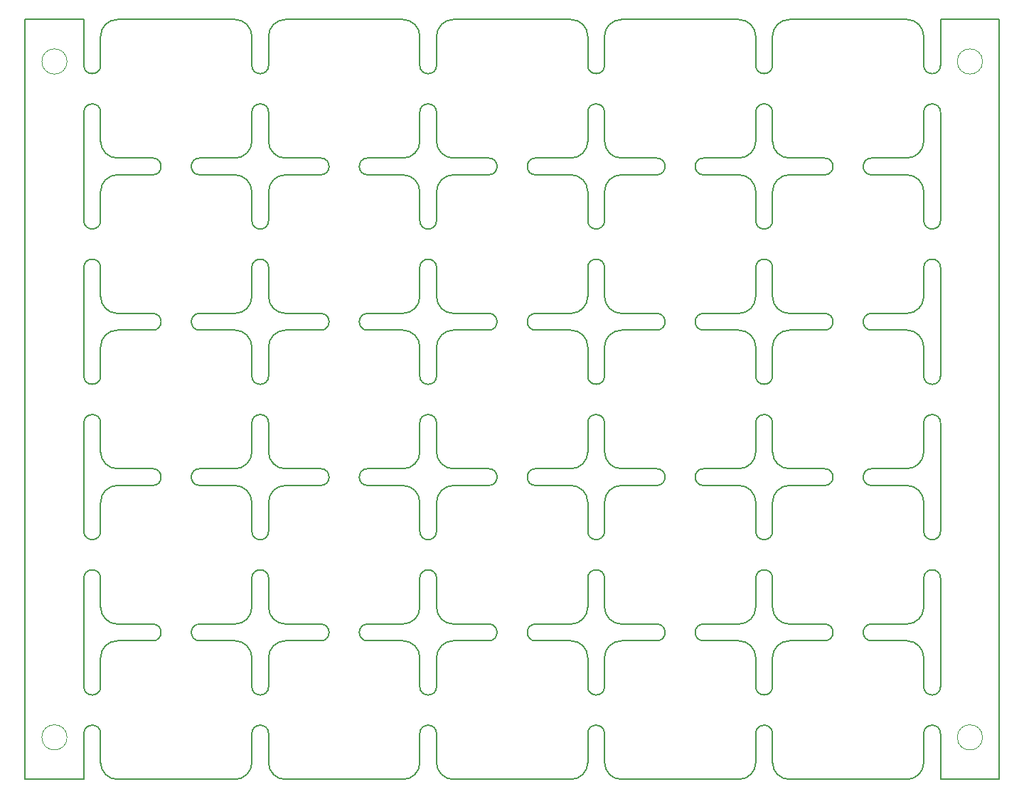
<source format=gm1>
G04 #@! TF.GenerationSoftware,KiCad,Pcbnew,(5.1.12)-1*
G04 #@! TF.CreationDate,2022-12-21T21:02:25+07:00*
G04 #@! TF.ProjectId,Unified-Daughterboard,556e6966-6965-4642-9d44-617567687465,C3*
G04 #@! TF.SameCoordinates,Original*
G04 #@! TF.FileFunction,Profile,NP*
%FSLAX46Y46*%
G04 Gerber Fmt 4.6, Leading zero omitted, Abs format (unit mm)*
G04 Created by KiCad (PCBNEW (5.1.12)-1) date 2022-12-21 21:02:25*
%MOMM*%
%LPD*%
G01*
G04 APERTURE LIST*
G04 #@! TA.AperFunction,Profile*
%ADD10C,0.150000*%
G04 #@! TD*
G04 #@! TA.AperFunction,Profile*
%ADD11C,0.100000*%
G04 #@! TD*
G04 APERTURE END LIST*
D10*
X162004500Y-147043000D02*
X148004500Y-147043000D01*
X108004500Y-147043000D02*
X122004500Y-147043000D01*
X88004500Y-147043000D02*
X102004500Y-147043000D01*
X68004500Y-147043000D02*
X82004500Y-147043000D01*
X128004500Y-147043000D02*
X142004500Y-147043000D01*
X164004500Y-98993000D02*
X164004500Y-95543000D01*
X164004500Y-104593000D02*
X164004500Y-108043000D01*
X164004500Y-117493000D02*
X164004500Y-114043000D01*
X164004500Y-141593000D02*
X164004500Y-145043000D01*
X164004500Y-80493000D02*
X164004500Y-77043000D01*
X164004500Y-123093000D02*
X164004500Y-126543000D01*
X164004500Y-67593000D02*
X164004500Y-71043000D01*
X164004500Y-135993000D02*
X164004500Y-132543000D01*
X164004500Y-86093000D02*
X164004500Y-89543000D01*
X166004500Y-80493000D02*
X166004500Y-67593000D01*
D11*
X171004500Y-142043000D02*
G75*
G03*
X171004500Y-142043000I-1500000J0D01*
G01*
D10*
X166004500Y-147043000D02*
X173004500Y-147043000D01*
X173004500Y-56543000D02*
X173004500Y-147043000D01*
X166004500Y-98993000D02*
X166004500Y-86093000D01*
X164004500Y-61993000D02*
X164004500Y-58543000D01*
D11*
X171004500Y-61543000D02*
G75*
G03*
X171004500Y-61543000I-1500000J0D01*
G01*
D10*
X166004500Y-56543000D02*
X173004500Y-56543000D01*
X166004500Y-135993000D02*
X166004500Y-123093000D01*
X166004500Y-117493000D02*
X166004500Y-104593000D01*
X166004500Y-61993000D02*
X166004500Y-56543000D01*
X166004500Y-141593000D02*
X166004500Y-147043000D01*
X128004500Y-56543000D02*
X142004500Y-56543000D01*
X108004500Y-56543000D02*
X122004500Y-56543000D01*
X88004500Y-56543000D02*
X102004500Y-56543000D01*
X84004500Y-98993000D02*
X84004500Y-95543000D01*
X84004500Y-117493000D02*
X84004500Y-114043000D01*
X84004500Y-80493000D02*
X84004500Y-77043000D01*
X84004500Y-135993000D02*
X84004500Y-132543000D01*
X84004500Y-61993000D02*
X84004500Y-58543000D01*
X66004500Y-61993000D02*
X66004500Y-58543000D01*
X66004500Y-80493000D02*
X66004500Y-77043000D01*
X66004500Y-98993000D02*
X66004500Y-95543000D01*
X66004500Y-117493000D02*
X66004500Y-114043000D01*
X66004500Y-135993000D02*
X66004500Y-132543000D01*
X68004500Y-112043000D02*
X72204500Y-112043000D01*
X68004500Y-75043000D02*
X72204500Y-75043000D01*
X68004500Y-56543000D02*
X82004500Y-56543000D01*
X68004500Y-93543000D02*
X72204500Y-93543000D01*
X68004500Y-130543000D02*
X72204500Y-130543000D01*
X66004500Y-67593000D02*
X66004500Y-71043000D01*
X66004500Y-86093000D02*
X66004500Y-89543000D01*
X66004500Y-104593000D02*
X66004500Y-108043000D01*
X66004500Y-141593000D02*
X66004500Y-145043000D01*
X66004500Y-123093000D02*
X66004500Y-126543000D01*
X82004500Y-93543000D02*
X77804500Y-93543000D01*
X82004500Y-75043000D02*
X77804500Y-75043000D01*
X82004500Y-112043000D02*
X77804500Y-112043000D01*
X82004500Y-130543000D02*
X77804500Y-130543000D01*
X68004500Y-110043000D02*
G75*
G02*
X66004500Y-108043000I0J2000000D01*
G01*
X68004500Y-128543000D02*
G75*
G02*
X66004500Y-126543000I0J2000000D01*
G01*
X68004500Y-147043000D02*
G75*
G02*
X66004500Y-145043000I0J2000000D01*
G01*
X68004500Y-91543000D02*
G75*
G02*
X66004500Y-89543000I0J2000000D01*
G01*
X68004500Y-73043000D02*
G75*
G02*
X66004500Y-71043000I0J2000000D01*
G01*
X66004500Y-132543000D02*
G75*
G02*
X68004500Y-130543000I2000000J0D01*
G01*
X82004500Y-56543000D02*
G75*
G02*
X84004500Y-58543000I0J-2000000D01*
G01*
X66004500Y-58543000D02*
G75*
G02*
X68004500Y-56543000I2000000J0D01*
G01*
X66004500Y-77043000D02*
G75*
G02*
X68004500Y-75043000I2000000J0D01*
G01*
X66004500Y-114043000D02*
G75*
G02*
X68004500Y-112043000I2000000J0D01*
G01*
X66004500Y-95543000D02*
G75*
G02*
X68004500Y-93543000I2000000J0D01*
G01*
X82004500Y-93543000D02*
G75*
G02*
X84004500Y-95543000I0J-2000000D01*
G01*
X82004500Y-75043000D02*
G75*
G02*
X84004500Y-77043000I0J-2000000D01*
G01*
X84004500Y-86093000D02*
X84004500Y-89543000D01*
X82004500Y-112043000D02*
G75*
G02*
X84004500Y-114043000I0J-2000000D01*
G01*
X82004500Y-130543000D02*
G75*
G02*
X84004500Y-132543000I0J-2000000D01*
G01*
X84004500Y-141593000D02*
X84004500Y-145043000D01*
X84004500Y-104593000D02*
X84004500Y-108043000D01*
X84004500Y-123093000D02*
X84004500Y-126543000D01*
X84004500Y-67593000D02*
X84004500Y-71043000D01*
X84004500Y-71043000D02*
G75*
G02*
X82004500Y-73043000I-2000000J0D01*
G01*
X84004500Y-89543000D02*
G75*
G02*
X82004500Y-91543000I-2000000J0D01*
G01*
X84004500Y-126543000D02*
G75*
G02*
X82004500Y-128543000I-2000000J0D01*
G01*
X84004500Y-108043000D02*
G75*
G02*
X82004500Y-110043000I-2000000J0D01*
G01*
X84004500Y-145043000D02*
G75*
G02*
X82004500Y-147043000I-2000000J0D01*
G01*
X72204500Y-110043000D02*
X68004500Y-110043000D01*
X72204500Y-73043000D02*
X68004500Y-73043000D01*
X72204500Y-91543000D02*
X68004500Y-91543000D01*
X72204500Y-128543000D02*
X68004500Y-128543000D01*
X77804500Y-91543000D02*
X82004500Y-91543000D01*
X77804500Y-73043000D02*
X82004500Y-73043000D01*
X77804500Y-128543000D02*
X82004500Y-128543000D01*
X77804500Y-110043000D02*
X82004500Y-110043000D01*
D11*
X62004500Y-61543000D02*
G75*
G03*
X62004500Y-61543000I-1500000J0D01*
G01*
X62004500Y-142043000D02*
G75*
G03*
X62004500Y-142043000I-1500000J0D01*
G01*
D10*
X64004500Y-56543000D02*
X57004500Y-56543000D01*
X64004500Y-147043000D02*
X57004500Y-147043000D01*
X64004500Y-141593000D02*
X64004500Y-147043000D01*
X64004500Y-61993000D02*
X64004500Y-56543000D01*
X64004500Y-67593000D02*
X64004500Y-80493000D01*
X57004500Y-147043000D02*
X57004500Y-56543000D01*
X64004500Y-104593000D02*
X64004500Y-117493000D01*
X64004500Y-86093000D02*
X64004500Y-98993000D01*
X64004500Y-123093000D02*
X64004500Y-135993000D01*
X162004500Y-130543000D02*
X157804500Y-130543000D01*
X162004500Y-112043000D02*
X157804500Y-112043000D01*
X162004500Y-93543000D02*
X157804500Y-93543000D01*
X162004500Y-75043000D02*
X157804500Y-75043000D01*
X162004500Y-56543000D02*
X148004500Y-56543000D01*
X142004500Y-130543000D02*
X137804500Y-130543000D01*
X142004500Y-112043000D02*
X137804500Y-112043000D01*
X142004500Y-93543000D02*
X137804500Y-93543000D01*
X142004500Y-75043000D02*
X137804500Y-75043000D01*
X122004500Y-130543000D02*
X117804500Y-130543000D01*
X122004500Y-112043000D02*
X117804500Y-112043000D01*
X122004500Y-93543000D02*
X117804500Y-93543000D01*
X122004500Y-75043000D02*
X117804500Y-75043000D01*
X102004500Y-130543000D02*
X97804500Y-130543000D01*
X102004500Y-112043000D02*
X97804500Y-112043000D01*
X102004500Y-93543000D02*
X97804500Y-93543000D01*
X102004500Y-75043000D02*
X97804500Y-75043000D01*
X146004500Y-141593000D02*
X146004500Y-145043000D01*
X146004500Y-123093000D02*
X146004500Y-126543000D01*
X146004500Y-104593000D02*
X146004500Y-108043000D01*
X146004500Y-86093000D02*
X146004500Y-89543000D01*
X146004500Y-67593000D02*
X146004500Y-71043000D01*
X126004500Y-141593000D02*
X126004500Y-145043000D01*
X126004500Y-123093000D02*
X126004500Y-126543000D01*
X126004500Y-104593000D02*
X126004500Y-108043000D01*
X126004500Y-86093000D02*
X126004500Y-89543000D01*
X126004500Y-67593000D02*
X126004500Y-71043000D01*
X106004500Y-141593000D02*
X106004500Y-145043000D01*
X106004500Y-123093000D02*
X106004500Y-126543000D01*
X106004500Y-104593000D02*
X106004500Y-108043000D01*
X106004500Y-86093000D02*
X106004500Y-89543000D01*
X106004500Y-67593000D02*
X106004500Y-71043000D01*
X86004500Y-141593000D02*
X86004500Y-145043000D01*
X86004500Y-123093000D02*
X86004500Y-126543000D01*
X86004500Y-104593000D02*
X86004500Y-108043000D01*
X86004500Y-86093000D02*
X86004500Y-89543000D01*
X86004500Y-67593000D02*
X86004500Y-71043000D01*
X148004500Y-130543000D02*
X152204500Y-130543000D01*
X148004500Y-112043000D02*
X152204500Y-112043000D01*
X148004500Y-93543000D02*
X152204500Y-93543000D01*
X148004500Y-75043000D02*
X152204500Y-75043000D01*
X128004500Y-130543000D02*
X132204500Y-130543000D01*
X128004500Y-112043000D02*
X132204500Y-112043000D01*
X128004500Y-93543000D02*
X132204500Y-93543000D01*
X128004500Y-75043000D02*
X132204500Y-75043000D01*
X108004500Y-130543000D02*
X112204500Y-130543000D01*
X108004500Y-112043000D02*
X112204500Y-112043000D01*
X108004500Y-93543000D02*
X112204500Y-93543000D01*
X108004500Y-75043000D02*
X112204500Y-75043000D01*
X88004500Y-130543000D02*
X92204500Y-130543000D01*
X88004500Y-112043000D02*
X92204500Y-112043000D01*
X88004500Y-93543000D02*
X92204500Y-93543000D01*
X88004500Y-75043000D02*
X92204500Y-75043000D01*
X146004500Y-135993000D02*
X146004500Y-132543000D01*
X146004500Y-117493000D02*
X146004500Y-114043000D01*
X146004500Y-98993000D02*
X146004500Y-95543000D01*
X146004500Y-80493000D02*
X146004500Y-77043000D01*
X146004500Y-61993000D02*
X146004500Y-58543000D01*
X126004500Y-135993000D02*
X126004500Y-132543000D01*
X126004500Y-117493000D02*
X126004500Y-114043000D01*
X126004500Y-98993000D02*
X126004500Y-95543000D01*
X126004500Y-80493000D02*
X126004500Y-77043000D01*
X126004500Y-61993000D02*
X126004500Y-58543000D01*
X106004500Y-135993000D02*
X106004500Y-132543000D01*
X106004500Y-117493000D02*
X106004500Y-114043000D01*
X106004500Y-98993000D02*
X106004500Y-95543000D01*
X106004500Y-80493000D02*
X106004500Y-77043000D01*
X106004500Y-61993000D02*
X106004500Y-58543000D01*
X86004500Y-135993000D02*
X86004500Y-132543000D01*
X86004500Y-117493000D02*
X86004500Y-114043000D01*
X86004500Y-98993000D02*
X86004500Y-95543000D01*
X86004500Y-80493000D02*
X86004500Y-77043000D01*
X86004500Y-61993000D02*
X86004500Y-58543000D01*
X144004500Y-135993000D02*
X144004500Y-132543000D01*
X144004500Y-117493000D02*
X144004500Y-114043000D01*
X144004500Y-98993000D02*
X144004500Y-95543000D01*
X144004500Y-80493000D02*
X144004500Y-77043000D01*
X144004500Y-61993000D02*
X144004500Y-58543000D01*
X124004500Y-135993000D02*
X124004500Y-132543000D01*
X124004500Y-117493000D02*
X124004500Y-114043000D01*
X124004500Y-98993000D02*
X124004500Y-95543000D01*
X124004500Y-80493000D02*
X124004500Y-77043000D01*
X124004500Y-61993000D02*
X124004500Y-58543000D01*
X104004500Y-135993000D02*
X104004500Y-132543000D01*
X104004500Y-117493000D02*
X104004500Y-114043000D01*
X104004500Y-98993000D02*
X104004500Y-95543000D01*
X104004500Y-80493000D02*
X104004500Y-77043000D01*
X104004500Y-61993000D02*
X104004500Y-58543000D01*
X157804500Y-128543000D02*
X162004500Y-128543000D01*
X157804500Y-110043000D02*
X162004500Y-110043000D01*
X157804500Y-91543000D02*
X162004500Y-91543000D01*
X157804500Y-73043000D02*
X162004500Y-73043000D01*
X137804500Y-128543000D02*
X142004500Y-128543000D01*
X137804500Y-110043000D02*
X142004500Y-110043000D01*
X137804500Y-91543000D02*
X142004500Y-91543000D01*
X137804500Y-73043000D02*
X142004500Y-73043000D01*
X117804500Y-128543000D02*
X122004500Y-128543000D01*
X117804500Y-110043000D02*
X122004500Y-110043000D01*
X117804500Y-91543000D02*
X122004500Y-91543000D01*
X117804500Y-73043000D02*
X122004500Y-73043000D01*
X97804500Y-128543000D02*
X102004500Y-128543000D01*
X97804500Y-110043000D02*
X102004500Y-110043000D01*
X97804500Y-91543000D02*
X102004500Y-91543000D01*
X97804500Y-73043000D02*
X102004500Y-73043000D01*
X148004500Y-147043000D02*
G75*
G02*
X146004500Y-145043000I0J2000000D01*
G01*
X148004500Y-128543000D02*
G75*
G02*
X146004500Y-126543000I0J2000000D01*
G01*
X148004500Y-110043000D02*
G75*
G02*
X146004500Y-108043000I0J2000000D01*
G01*
X148004500Y-91543000D02*
G75*
G02*
X146004500Y-89543000I0J2000000D01*
G01*
X148004500Y-73043000D02*
G75*
G02*
X146004500Y-71043000I0J2000000D01*
G01*
X128004500Y-147043000D02*
G75*
G02*
X126004500Y-145043000I0J2000000D01*
G01*
X128004500Y-128543000D02*
G75*
G02*
X126004500Y-126543000I0J2000000D01*
G01*
X128004500Y-110043000D02*
G75*
G02*
X126004500Y-108043000I0J2000000D01*
G01*
X128004500Y-91543000D02*
G75*
G02*
X126004500Y-89543000I0J2000000D01*
G01*
X128004500Y-73043000D02*
G75*
G02*
X126004500Y-71043000I0J2000000D01*
G01*
X108004500Y-147043000D02*
G75*
G02*
X106004500Y-145043000I0J2000000D01*
G01*
X108004500Y-128543000D02*
G75*
G02*
X106004500Y-126543000I0J2000000D01*
G01*
X108004500Y-110043000D02*
G75*
G02*
X106004500Y-108043000I0J2000000D01*
G01*
X108004500Y-91543000D02*
G75*
G02*
X106004500Y-89543000I0J2000000D01*
G01*
X108004500Y-73043000D02*
G75*
G02*
X106004500Y-71043000I0J2000000D01*
G01*
X88004500Y-147043000D02*
G75*
G02*
X86004500Y-145043000I0J2000000D01*
G01*
X88004500Y-128543000D02*
G75*
G02*
X86004500Y-126543000I0J2000000D01*
G01*
X88004500Y-110043000D02*
G75*
G02*
X86004500Y-108043000I0J2000000D01*
G01*
X88004500Y-91543000D02*
G75*
G02*
X86004500Y-89543000I0J2000000D01*
G01*
X88004500Y-73043000D02*
G75*
G02*
X86004500Y-71043000I0J2000000D01*
G01*
X152204500Y-128543000D02*
X148004500Y-128543000D01*
X152204500Y-110043000D02*
X148004500Y-110043000D01*
X152204500Y-91543000D02*
X148004500Y-91543000D01*
X152204500Y-73043000D02*
X148004500Y-73043000D01*
X132204500Y-128543000D02*
X128004500Y-128543000D01*
X132204500Y-110043000D02*
X128004500Y-110043000D01*
X132204500Y-91543000D02*
X128004500Y-91543000D01*
X132204500Y-73043000D02*
X128004500Y-73043000D01*
X112204500Y-128543000D02*
X108004500Y-128543000D01*
X112204500Y-110043000D02*
X108004500Y-110043000D01*
X112204500Y-91543000D02*
X108004500Y-91543000D01*
X112204500Y-73043000D02*
X108004500Y-73043000D01*
X92204500Y-128543000D02*
X88004500Y-128543000D01*
X92204500Y-110043000D02*
X88004500Y-110043000D01*
X92204500Y-91543000D02*
X88004500Y-91543000D01*
X92204500Y-73043000D02*
X88004500Y-73043000D01*
X164004500Y-145043000D02*
G75*
G02*
X162004500Y-147043000I-2000000J0D01*
G01*
X164004500Y-126543000D02*
G75*
G02*
X162004500Y-128543000I-2000000J0D01*
G01*
X164004500Y-108043000D02*
G75*
G02*
X162004500Y-110043000I-2000000J0D01*
G01*
X164004500Y-89543000D02*
G75*
G02*
X162004500Y-91543000I-2000000J0D01*
G01*
X164004500Y-71043000D02*
G75*
G02*
X162004500Y-73043000I-2000000J0D01*
G01*
X144004500Y-145043000D02*
G75*
G02*
X142004500Y-147043000I-2000000J0D01*
G01*
X144004500Y-126543000D02*
G75*
G02*
X142004500Y-128543000I-2000000J0D01*
G01*
X144004500Y-108043000D02*
G75*
G02*
X142004500Y-110043000I-2000000J0D01*
G01*
X144004500Y-89543000D02*
G75*
G02*
X142004500Y-91543000I-2000000J0D01*
G01*
X144004500Y-71043000D02*
G75*
G02*
X142004500Y-73043000I-2000000J0D01*
G01*
X124004500Y-145043000D02*
G75*
G02*
X122004500Y-147043000I-2000000J0D01*
G01*
X124004500Y-126543000D02*
G75*
G02*
X122004500Y-128543000I-2000000J0D01*
G01*
X124004500Y-108043000D02*
G75*
G02*
X122004500Y-110043000I-2000000J0D01*
G01*
X124004500Y-89543000D02*
G75*
G02*
X122004500Y-91543000I-2000000J0D01*
G01*
X124004500Y-71043000D02*
G75*
G02*
X122004500Y-73043000I-2000000J0D01*
G01*
X104004500Y-145043000D02*
G75*
G02*
X102004500Y-147043000I-2000000J0D01*
G01*
X104004500Y-126543000D02*
G75*
G02*
X102004500Y-128543000I-2000000J0D01*
G01*
X104004500Y-108043000D02*
G75*
G02*
X102004500Y-110043000I-2000000J0D01*
G01*
X104004500Y-89543000D02*
G75*
G02*
X102004500Y-91543000I-2000000J0D01*
G01*
X104004500Y-71043000D02*
G75*
G02*
X102004500Y-73043000I-2000000J0D01*
G01*
X144004500Y-141593000D02*
X144004500Y-145043000D01*
X144004500Y-123093000D02*
X144004500Y-126543000D01*
X144004500Y-104593000D02*
X144004500Y-108043000D01*
X144004500Y-86093000D02*
X144004500Y-89543000D01*
X144004500Y-67593000D02*
X144004500Y-71043000D01*
X124004500Y-141593000D02*
X124004500Y-145043000D01*
X124004500Y-123093000D02*
X124004500Y-126543000D01*
X124004500Y-104593000D02*
X124004500Y-108043000D01*
X124004500Y-86093000D02*
X124004500Y-89543000D01*
X124004500Y-67593000D02*
X124004500Y-71043000D01*
X104004500Y-141593000D02*
X104004500Y-145043000D01*
X104004500Y-123093000D02*
X104004500Y-126543000D01*
X104004500Y-104593000D02*
X104004500Y-108043000D01*
X104004500Y-86093000D02*
X104004500Y-89543000D01*
X104004500Y-67593000D02*
X104004500Y-71043000D01*
X162004500Y-130543000D02*
G75*
G02*
X164004500Y-132543000I0J-2000000D01*
G01*
X162004500Y-112043000D02*
G75*
G02*
X164004500Y-114043000I0J-2000000D01*
G01*
X162004500Y-93543000D02*
G75*
G02*
X164004500Y-95543000I0J-2000000D01*
G01*
X162004500Y-75043000D02*
G75*
G02*
X164004500Y-77043000I0J-2000000D01*
G01*
X162004500Y-56543000D02*
G75*
G02*
X164004500Y-58543000I0J-2000000D01*
G01*
X142004500Y-130543000D02*
G75*
G02*
X144004500Y-132543000I0J-2000000D01*
G01*
X142004500Y-112043000D02*
G75*
G02*
X144004500Y-114043000I0J-2000000D01*
G01*
X142004500Y-93543000D02*
G75*
G02*
X144004500Y-95543000I0J-2000000D01*
G01*
X142004500Y-75043000D02*
G75*
G02*
X144004500Y-77043000I0J-2000000D01*
G01*
X142004500Y-56543000D02*
G75*
G02*
X144004500Y-58543000I0J-2000000D01*
G01*
X122004500Y-130543000D02*
G75*
G02*
X124004500Y-132543000I0J-2000000D01*
G01*
X122004500Y-112043000D02*
G75*
G02*
X124004500Y-114043000I0J-2000000D01*
G01*
X122004500Y-93543000D02*
G75*
G02*
X124004500Y-95543000I0J-2000000D01*
G01*
X122004500Y-75043000D02*
G75*
G02*
X124004500Y-77043000I0J-2000000D01*
G01*
X122004500Y-56543000D02*
G75*
G02*
X124004500Y-58543000I0J-2000000D01*
G01*
X102004500Y-130543000D02*
G75*
G02*
X104004500Y-132543000I0J-2000000D01*
G01*
X102004500Y-112043000D02*
G75*
G02*
X104004500Y-114043000I0J-2000000D01*
G01*
X102004500Y-93543000D02*
G75*
G02*
X104004500Y-95543000I0J-2000000D01*
G01*
X102004500Y-75043000D02*
G75*
G02*
X104004500Y-77043000I0J-2000000D01*
G01*
X102004500Y-56543000D02*
G75*
G02*
X104004500Y-58543000I0J-2000000D01*
G01*
X146004500Y-132543000D02*
G75*
G02*
X148004500Y-130543000I2000000J0D01*
G01*
X146004500Y-114043000D02*
G75*
G02*
X148004500Y-112043000I2000000J0D01*
G01*
X146004500Y-95543000D02*
G75*
G02*
X148004500Y-93543000I2000000J0D01*
G01*
X146004500Y-77043000D02*
G75*
G02*
X148004500Y-75043000I2000000J0D01*
G01*
X146004500Y-58543000D02*
G75*
G02*
X148004500Y-56543000I2000000J0D01*
G01*
X126004500Y-132543000D02*
G75*
G02*
X128004500Y-130543000I2000000J0D01*
G01*
X126004500Y-114043000D02*
G75*
G02*
X128004500Y-112043000I2000000J0D01*
G01*
X126004500Y-95543000D02*
G75*
G02*
X128004500Y-93543000I2000000J0D01*
G01*
X126004500Y-77043000D02*
G75*
G02*
X128004500Y-75043000I2000000J0D01*
G01*
X126004500Y-58543000D02*
G75*
G02*
X128004500Y-56543000I2000000J0D01*
G01*
X106004500Y-132543000D02*
G75*
G02*
X108004500Y-130543000I2000000J0D01*
G01*
X106004500Y-114043000D02*
G75*
G02*
X108004500Y-112043000I2000000J0D01*
G01*
X106004500Y-95543000D02*
G75*
G02*
X108004500Y-93543000I2000000J0D01*
G01*
X106004500Y-77043000D02*
G75*
G02*
X108004500Y-75043000I2000000J0D01*
G01*
X106004500Y-58543000D02*
G75*
G02*
X108004500Y-56543000I2000000J0D01*
G01*
X86004500Y-132543000D02*
G75*
G02*
X88004500Y-130543000I2000000J0D01*
G01*
X86004500Y-114043000D02*
G75*
G02*
X88004500Y-112043000I2000000J0D01*
G01*
X86004500Y-95543000D02*
G75*
G02*
X88004500Y-93543000I2000000J0D01*
G01*
X86004500Y-77043000D02*
G75*
G02*
X88004500Y-75043000I2000000J0D01*
G01*
X86004500Y-58543000D02*
G75*
G02*
X88004500Y-56543000I2000000J0D01*
G01*
X164004500Y-141593000D02*
G75*
G02*
X166004500Y-141593000I1000000J0D01*
G01*
X166004500Y-135993000D02*
G75*
G02*
X164004500Y-135993000I-1000000J0D01*
G01*
X164004500Y-123093000D02*
G75*
G02*
X166004500Y-123093000I1000000J0D01*
G01*
X166004500Y-117493000D02*
G75*
G02*
X164004500Y-117493000I-1000000J0D01*
G01*
X164004500Y-104593000D02*
G75*
G02*
X166004500Y-104593000I1000000J0D01*
G01*
X166004500Y-98993000D02*
G75*
G02*
X164004500Y-98993000I-1000000J0D01*
G01*
X164004500Y-86093000D02*
G75*
G02*
X166004500Y-86093000I1000000J0D01*
G01*
X166004500Y-80493000D02*
G75*
G02*
X164004500Y-80493000I-1000000J0D01*
G01*
X164004500Y-67593000D02*
G75*
G02*
X166004500Y-67593000I1000000J0D01*
G01*
X166004500Y-61993000D02*
G75*
G02*
X164004500Y-61993000I-1000000J0D01*
G01*
X66004500Y-135993000D02*
G75*
G02*
X64004500Y-135993000I-1000000J0D01*
G01*
X64004500Y-141593000D02*
G75*
G02*
X66004500Y-141593000I1000000J0D01*
G01*
X66004500Y-117493000D02*
G75*
G02*
X64004500Y-117493000I-1000000J0D01*
G01*
X64004500Y-123093000D02*
G75*
G02*
X66004500Y-123093000I1000000J0D01*
G01*
X66004500Y-98993000D02*
G75*
G02*
X64004500Y-98993000I-1000000J0D01*
G01*
X64004500Y-104593000D02*
G75*
G02*
X66004500Y-104593000I1000000J0D01*
G01*
X66004500Y-80493000D02*
G75*
G02*
X64004500Y-80493000I-1000000J0D01*
G01*
X64004500Y-86093000D02*
G75*
G02*
X66004500Y-86093000I1000000J0D01*
G01*
X66004500Y-61993000D02*
G75*
G02*
X64004500Y-61993000I-1000000J0D01*
G01*
X64004500Y-67593000D02*
G75*
G02*
X66004500Y-67593000I1000000J0D01*
G01*
X72204500Y-73043000D02*
G75*
G02*
X72204500Y-75043000I0J-1000000D01*
G01*
X77804500Y-75043000D02*
G75*
G02*
X77804500Y-73043000I0J1000000D01*
G01*
X72204500Y-91543000D02*
G75*
G02*
X72204500Y-93543000I0J-1000000D01*
G01*
X77804500Y-93543000D02*
G75*
G02*
X77804500Y-91543000I0J1000000D01*
G01*
X72204500Y-110043000D02*
G75*
G02*
X72204500Y-112043000I0J-1000000D01*
G01*
X77804500Y-112043000D02*
G75*
G02*
X77804500Y-110043000I0J1000000D01*
G01*
X72204500Y-128543000D02*
G75*
G02*
X72204500Y-130543000I0J-1000000D01*
G01*
X77804500Y-130543000D02*
G75*
G02*
X77804500Y-128543000I0J1000000D01*
G01*
X157804500Y-130543000D02*
G75*
G02*
X157804500Y-128543000I0J1000000D01*
G01*
X152204500Y-128543000D02*
G75*
G02*
X152204500Y-130543000I0J-1000000D01*
G01*
X157804500Y-112043000D02*
G75*
G02*
X157804500Y-110043000I0J1000000D01*
G01*
X152204500Y-110043000D02*
G75*
G02*
X152204500Y-112043000I0J-1000000D01*
G01*
X157804500Y-93543000D02*
G75*
G02*
X157804500Y-91543000I0J1000000D01*
G01*
X152204500Y-91543000D02*
G75*
G02*
X152204500Y-93543000I0J-1000000D01*
G01*
X157804500Y-75043000D02*
G75*
G02*
X157804500Y-73043000I0J1000000D01*
G01*
X152204500Y-73043000D02*
G75*
G02*
X152204500Y-75043000I0J-1000000D01*
G01*
X137804500Y-130543000D02*
G75*
G02*
X137804500Y-128543000I0J1000000D01*
G01*
X132204500Y-128543000D02*
G75*
G02*
X132204500Y-130543000I0J-1000000D01*
G01*
X137804500Y-112043000D02*
G75*
G02*
X137804500Y-110043000I0J1000000D01*
G01*
X132204500Y-110043000D02*
G75*
G02*
X132204500Y-112043000I0J-1000000D01*
G01*
X137804500Y-93543000D02*
G75*
G02*
X137804500Y-91543000I0J1000000D01*
G01*
X132204500Y-91543000D02*
G75*
G02*
X132204500Y-93543000I0J-1000000D01*
G01*
X137804500Y-75043000D02*
G75*
G02*
X137804500Y-73043000I0J1000000D01*
G01*
X132204500Y-73043000D02*
G75*
G02*
X132204500Y-75043000I0J-1000000D01*
G01*
X117804500Y-130543000D02*
G75*
G02*
X117804500Y-128543000I0J1000000D01*
G01*
X112204500Y-128543000D02*
G75*
G02*
X112204500Y-130543000I0J-1000000D01*
G01*
X117804500Y-112043000D02*
G75*
G02*
X117804500Y-110043000I0J1000000D01*
G01*
X112204500Y-110043000D02*
G75*
G02*
X112204500Y-112043000I0J-1000000D01*
G01*
X117804500Y-93543000D02*
G75*
G02*
X117804500Y-91543000I0J1000000D01*
G01*
X112204500Y-91543000D02*
G75*
G02*
X112204500Y-93543000I0J-1000000D01*
G01*
X117804500Y-75043000D02*
G75*
G02*
X117804500Y-73043000I0J1000000D01*
G01*
X112204500Y-73043000D02*
G75*
G02*
X112204500Y-75043000I0J-1000000D01*
G01*
X92204500Y-128543000D02*
G75*
G02*
X92204500Y-130543000I0J-1000000D01*
G01*
X97804500Y-130543000D02*
G75*
G02*
X97804500Y-128543000I0J1000000D01*
G01*
X92204500Y-110043000D02*
G75*
G02*
X92204500Y-112043000I0J-1000000D01*
G01*
X97804500Y-112043000D02*
G75*
G02*
X97804500Y-110043000I0J1000000D01*
G01*
X92204500Y-91543000D02*
G75*
G02*
X92204500Y-93543000I0J-1000000D01*
G01*
X97804500Y-93543000D02*
G75*
G02*
X97804500Y-91543000I0J1000000D01*
G01*
X92204500Y-73043000D02*
G75*
G02*
X92204500Y-75043000I0J-1000000D01*
G01*
X97804500Y-75043000D02*
G75*
G02*
X97804500Y-73043000I0J1000000D01*
G01*
X144004500Y-141593000D02*
G75*
G02*
X146004500Y-141593000I1000000J0D01*
G01*
X146004500Y-135993000D02*
G75*
G02*
X144004500Y-135993000I-1000000J0D01*
G01*
X144004500Y-123093000D02*
G75*
G02*
X146004500Y-123093000I1000000J0D01*
G01*
X146004500Y-117493000D02*
G75*
G02*
X144004500Y-117493000I-1000000J0D01*
G01*
X144004500Y-104593000D02*
G75*
G02*
X146004500Y-104593000I1000000J0D01*
G01*
X146004500Y-98993000D02*
G75*
G02*
X144004500Y-98993000I-1000000J0D01*
G01*
X144004500Y-86093000D02*
G75*
G02*
X146004500Y-86093000I1000000J0D01*
G01*
X146004500Y-80493000D02*
G75*
G02*
X144004500Y-80493000I-1000000J0D01*
G01*
X144004500Y-67593000D02*
G75*
G02*
X146004500Y-67593000I1000000J0D01*
G01*
X146004500Y-61993000D02*
G75*
G02*
X144004500Y-61993000I-1000000J0D01*
G01*
X124004500Y-141593000D02*
G75*
G02*
X126004500Y-141593000I1000000J0D01*
G01*
X126004500Y-135993000D02*
G75*
G02*
X124004500Y-135993000I-1000000J0D01*
G01*
X124004500Y-123093000D02*
G75*
G02*
X126004500Y-123093000I1000000J0D01*
G01*
X126004500Y-117493000D02*
G75*
G02*
X124004500Y-117493000I-1000000J0D01*
G01*
X124004500Y-104593000D02*
G75*
G02*
X126004500Y-104593000I1000000J0D01*
G01*
X126004500Y-98993000D02*
G75*
G02*
X124004500Y-98993000I-1000000J0D01*
G01*
X124004500Y-86093000D02*
G75*
G02*
X126004500Y-86093000I1000000J0D01*
G01*
X126004500Y-80493000D02*
G75*
G02*
X124004500Y-80493000I-1000000J0D01*
G01*
X124004500Y-67593000D02*
G75*
G02*
X126004500Y-67593000I1000000J0D01*
G01*
X126004500Y-61993000D02*
G75*
G02*
X124004500Y-61993000I-1000000J0D01*
G01*
X104004500Y-141593000D02*
G75*
G02*
X106004500Y-141593000I1000000J0D01*
G01*
X106004500Y-135993000D02*
G75*
G02*
X104004500Y-135993000I-1000000J0D01*
G01*
X104004500Y-123093000D02*
G75*
G02*
X106004500Y-123093000I1000000J0D01*
G01*
X106004500Y-117493000D02*
G75*
G02*
X104004500Y-117493000I-1000000J0D01*
G01*
X104004500Y-104593000D02*
G75*
G02*
X106004500Y-104593000I1000000J0D01*
G01*
X106004500Y-98993000D02*
G75*
G02*
X104004500Y-98993000I-1000000J0D01*
G01*
X104004500Y-86093000D02*
G75*
G02*
X106004500Y-86093000I1000000J0D01*
G01*
X106004500Y-80493000D02*
G75*
G02*
X104004500Y-80493000I-1000000J0D01*
G01*
X104004500Y-67593000D02*
G75*
G02*
X106004500Y-67593000I1000000J0D01*
G01*
X106004500Y-61993000D02*
G75*
G02*
X104004500Y-61993000I-1000000J0D01*
G01*
X86004500Y-135993000D02*
G75*
G02*
X84004500Y-135993000I-1000000J0D01*
G01*
X84004500Y-141593000D02*
G75*
G02*
X86004500Y-141593000I1000000J0D01*
G01*
X86004500Y-117493000D02*
G75*
G02*
X84004500Y-117493000I-1000000J0D01*
G01*
X84004500Y-123093000D02*
G75*
G02*
X86004500Y-123093000I1000000J0D01*
G01*
X86004500Y-98993000D02*
G75*
G02*
X84004500Y-98993000I-1000000J0D01*
G01*
X84004500Y-104593000D02*
G75*
G02*
X86004500Y-104593000I1000000J0D01*
G01*
X86004500Y-80493000D02*
G75*
G02*
X84004500Y-80493000I-1000000J0D01*
G01*
X84004500Y-86093000D02*
G75*
G02*
X86004500Y-86093000I1000000J0D01*
G01*
X84004500Y-67593000D02*
G75*
G02*
X86004500Y-67593000I1000000J0D01*
G01*
X86004500Y-61993000D02*
G75*
G02*
X84004500Y-61993000I-1000000J0D01*
G01*
M02*

</source>
